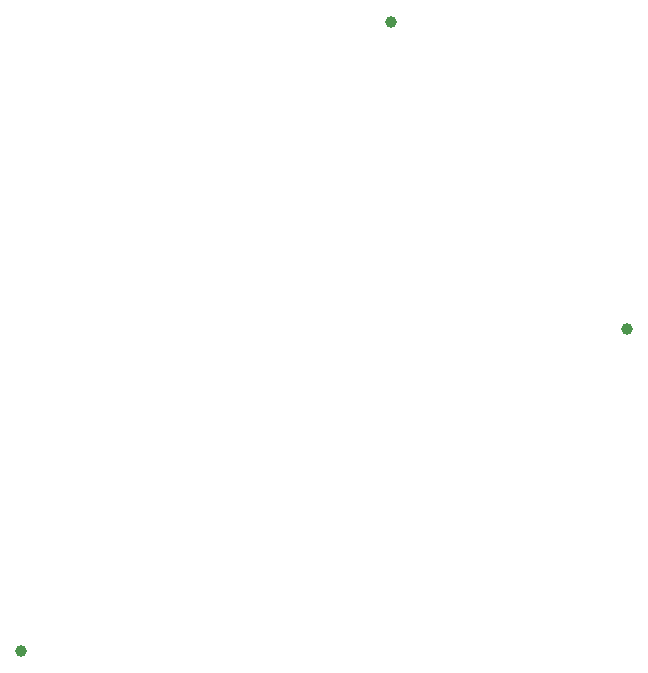
<source format=gbp>
G04*
G04 #@! TF.GenerationSoftware,Altium Limited,Altium Designer,20.0.11 (256)*
G04*
G04 Layer_Color=128*
%FSLAX44Y44*%
%MOMM*%
G71*
G01*
G75*
%ADD18C,1.0000*%
D18*
X348000Y592000D02*
D03*
X548000Y332000D02*
D03*
X35000Y59000D02*
D03*
M02*

</source>
